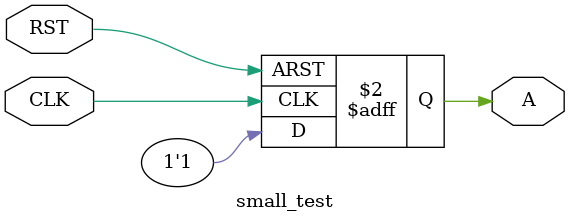
<source format=sv>
module small_test (
  input logic CLK,
  input logic RST,
  output logic A
);

always_ff @ (posedge CLK or posedge RST) begin
  if (RST) begin
    A <= 1'b0;
  end else begin
    A <= 1'b1;
  end
end

endmodule

</source>
